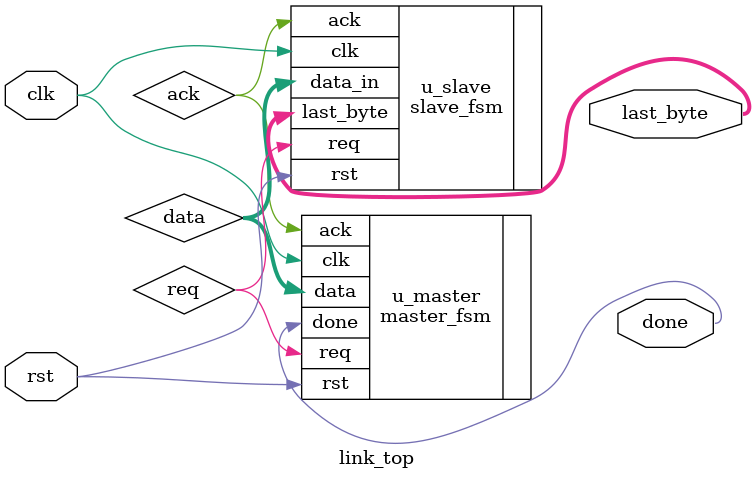
<source format=v>
module link_top(
    input wire clk,
    input wire rst,
    output wire done,
    output wire [7:0] last_byte
);
    wire req, ack;
    wire [7:0] data;

    master_fsm u_master(
        .clk(clk),
        .rst(rst),
        .ack(ack),
        .req(req),
        .data(data),
        .done(done)
    );

    slave_fsm u_slave(
        .clk(clk),
        .rst(rst),
        .req(req),
        .data_in(data),
        .ack(ack),
        .last_byte(last_byte)
    );
endmodule

</source>
